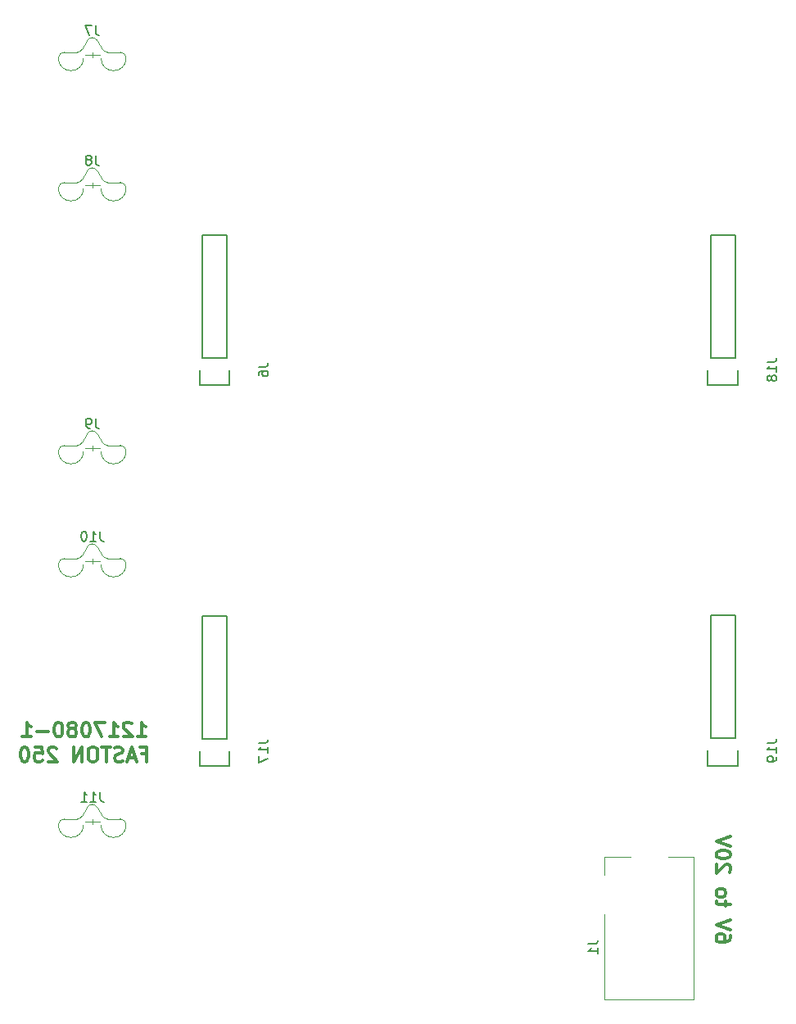
<source format=gbo>
G04 #@! TF.FileFunction,Legend,Bot*
%FSLAX46Y46*%
G04 Gerber Fmt 4.6, Leading zero omitted, Abs format (unit mm)*
G04 Created by KiCad (PCBNEW 4.0.4-stable) date 12/21/17 08:36:57*
%MOMM*%
%LPD*%
G01*
G04 APERTURE LIST*
%ADD10C,0.250000*%
%ADD11C,0.300000*%
%ADD12C,0.120000*%
%ADD13C,0.150000*%
%ADD14C,0.100000*%
G04 APERTURE END LIST*
D10*
D11*
X109639998Y-139103571D02*
X110497141Y-139103571D01*
X110068569Y-139103571D02*
X110068569Y-137603571D01*
X110211426Y-137817857D01*
X110354284Y-137960714D01*
X110497141Y-138032143D01*
X109068570Y-137746429D02*
X108997141Y-137675000D01*
X108854284Y-137603571D01*
X108497141Y-137603571D01*
X108354284Y-137675000D01*
X108282855Y-137746429D01*
X108211427Y-137889286D01*
X108211427Y-138032143D01*
X108282855Y-138246429D01*
X109139998Y-139103571D01*
X108211427Y-139103571D01*
X106782856Y-139103571D02*
X107639999Y-139103571D01*
X107211427Y-139103571D02*
X107211427Y-137603571D01*
X107354284Y-137817857D01*
X107497142Y-137960714D01*
X107639999Y-138032143D01*
X106282856Y-137603571D02*
X105282856Y-137603571D01*
X105925713Y-139103571D01*
X104425714Y-137603571D02*
X104282857Y-137603571D01*
X104140000Y-137675000D01*
X104068571Y-137746429D01*
X103997142Y-137889286D01*
X103925714Y-138175000D01*
X103925714Y-138532143D01*
X103997142Y-138817857D01*
X104068571Y-138960714D01*
X104140000Y-139032143D01*
X104282857Y-139103571D01*
X104425714Y-139103571D01*
X104568571Y-139032143D01*
X104640000Y-138960714D01*
X104711428Y-138817857D01*
X104782857Y-138532143D01*
X104782857Y-138175000D01*
X104711428Y-137889286D01*
X104640000Y-137746429D01*
X104568571Y-137675000D01*
X104425714Y-137603571D01*
X103068571Y-138246429D02*
X103211429Y-138175000D01*
X103282857Y-138103571D01*
X103354286Y-137960714D01*
X103354286Y-137889286D01*
X103282857Y-137746429D01*
X103211429Y-137675000D01*
X103068571Y-137603571D01*
X102782857Y-137603571D01*
X102640000Y-137675000D01*
X102568571Y-137746429D01*
X102497143Y-137889286D01*
X102497143Y-137960714D01*
X102568571Y-138103571D01*
X102640000Y-138175000D01*
X102782857Y-138246429D01*
X103068571Y-138246429D01*
X103211429Y-138317857D01*
X103282857Y-138389286D01*
X103354286Y-138532143D01*
X103354286Y-138817857D01*
X103282857Y-138960714D01*
X103211429Y-139032143D01*
X103068571Y-139103571D01*
X102782857Y-139103571D01*
X102640000Y-139032143D01*
X102568571Y-138960714D01*
X102497143Y-138817857D01*
X102497143Y-138532143D01*
X102568571Y-138389286D01*
X102640000Y-138317857D01*
X102782857Y-138246429D01*
X101568572Y-137603571D02*
X101425715Y-137603571D01*
X101282858Y-137675000D01*
X101211429Y-137746429D01*
X101140000Y-137889286D01*
X101068572Y-138175000D01*
X101068572Y-138532143D01*
X101140000Y-138817857D01*
X101211429Y-138960714D01*
X101282858Y-139032143D01*
X101425715Y-139103571D01*
X101568572Y-139103571D01*
X101711429Y-139032143D01*
X101782858Y-138960714D01*
X101854286Y-138817857D01*
X101925715Y-138532143D01*
X101925715Y-138175000D01*
X101854286Y-137889286D01*
X101782858Y-137746429D01*
X101711429Y-137675000D01*
X101568572Y-137603571D01*
X100425715Y-138532143D02*
X99282858Y-138532143D01*
X97782858Y-139103571D02*
X98640001Y-139103571D01*
X98211429Y-139103571D02*
X98211429Y-137603571D01*
X98354286Y-137817857D01*
X98497144Y-137960714D01*
X98640001Y-138032143D01*
X110139999Y-140867857D02*
X110639999Y-140867857D01*
X110639999Y-141653571D02*
X110639999Y-140153571D01*
X109925713Y-140153571D01*
X109425714Y-141225000D02*
X108711428Y-141225000D01*
X109568571Y-141653571D02*
X109068571Y-140153571D01*
X108568571Y-141653571D01*
X108140000Y-141582143D02*
X107925714Y-141653571D01*
X107568571Y-141653571D01*
X107425714Y-141582143D01*
X107354285Y-141510714D01*
X107282857Y-141367857D01*
X107282857Y-141225000D01*
X107354285Y-141082143D01*
X107425714Y-141010714D01*
X107568571Y-140939286D01*
X107854285Y-140867857D01*
X107997143Y-140796429D01*
X108068571Y-140725000D01*
X108140000Y-140582143D01*
X108140000Y-140439286D01*
X108068571Y-140296429D01*
X107997143Y-140225000D01*
X107854285Y-140153571D01*
X107497143Y-140153571D01*
X107282857Y-140225000D01*
X106854286Y-140153571D02*
X105997143Y-140153571D01*
X106425714Y-141653571D02*
X106425714Y-140153571D01*
X105211429Y-140153571D02*
X104925715Y-140153571D01*
X104782857Y-140225000D01*
X104640000Y-140367857D01*
X104568572Y-140653571D01*
X104568572Y-141153571D01*
X104640000Y-141439286D01*
X104782857Y-141582143D01*
X104925715Y-141653571D01*
X105211429Y-141653571D01*
X105354286Y-141582143D01*
X105497143Y-141439286D01*
X105568572Y-141153571D01*
X105568572Y-140653571D01*
X105497143Y-140367857D01*
X105354286Y-140225000D01*
X105211429Y-140153571D01*
X103925714Y-141653571D02*
X103925714Y-140153571D01*
X103068571Y-141653571D01*
X103068571Y-140153571D01*
X101282857Y-140296429D02*
X101211428Y-140225000D01*
X101068571Y-140153571D01*
X100711428Y-140153571D01*
X100568571Y-140225000D01*
X100497142Y-140296429D01*
X100425714Y-140439286D01*
X100425714Y-140582143D01*
X100497142Y-140796429D01*
X101354285Y-141653571D01*
X100425714Y-141653571D01*
X99068571Y-140153571D02*
X99782857Y-140153571D01*
X99854286Y-140867857D01*
X99782857Y-140796429D01*
X99640000Y-140725000D01*
X99282857Y-140725000D01*
X99140000Y-140796429D01*
X99068571Y-140867857D01*
X98997143Y-141010714D01*
X98997143Y-141367857D01*
X99068571Y-141510714D01*
X99140000Y-141582143D01*
X99282857Y-141653571D01*
X99640000Y-141653571D01*
X99782857Y-141582143D01*
X99854286Y-141510714D01*
X98068572Y-140153571D02*
X97925715Y-140153571D01*
X97782858Y-140225000D01*
X97711429Y-140296429D01*
X97640000Y-140439286D01*
X97568572Y-140725000D01*
X97568572Y-141082143D01*
X97640000Y-141367857D01*
X97711429Y-141510714D01*
X97782858Y-141582143D01*
X97925715Y-141653571D01*
X98068572Y-141653571D01*
X98211429Y-141582143D01*
X98282858Y-141510714D01*
X98354286Y-141367857D01*
X98425715Y-141082143D01*
X98425715Y-140725000D01*
X98354286Y-140439286D01*
X98282858Y-140296429D01*
X98211429Y-140225000D01*
X98068572Y-140153571D01*
X171001429Y-159618570D02*
X171001429Y-159904284D01*
X170930000Y-160047141D01*
X170858571Y-160118570D01*
X170644286Y-160261427D01*
X170358571Y-160332856D01*
X169787143Y-160332856D01*
X169644286Y-160261427D01*
X169572857Y-160189999D01*
X169501429Y-160047141D01*
X169501429Y-159761427D01*
X169572857Y-159618570D01*
X169644286Y-159547141D01*
X169787143Y-159475713D01*
X170144286Y-159475713D01*
X170287143Y-159547141D01*
X170358571Y-159618570D01*
X170430000Y-159761427D01*
X170430000Y-160047141D01*
X170358571Y-160189999D01*
X170287143Y-160261427D01*
X170144286Y-160332856D01*
X171001429Y-159047142D02*
X169501429Y-158547142D01*
X171001429Y-158047142D01*
X170501429Y-156618571D02*
X170501429Y-156047142D01*
X171001429Y-156404285D02*
X169715714Y-156404285D01*
X169572857Y-156332857D01*
X169501429Y-156189999D01*
X169501429Y-156047142D01*
X169501429Y-155332856D02*
X169572857Y-155475714D01*
X169644286Y-155547142D01*
X169787143Y-155618571D01*
X170215714Y-155618571D01*
X170358571Y-155547142D01*
X170430000Y-155475714D01*
X170501429Y-155332856D01*
X170501429Y-155118571D01*
X170430000Y-154975714D01*
X170358571Y-154904285D01*
X170215714Y-154832856D01*
X169787143Y-154832856D01*
X169644286Y-154904285D01*
X169572857Y-154975714D01*
X169501429Y-155118571D01*
X169501429Y-155332856D01*
X170858571Y-153118571D02*
X170930000Y-153047142D01*
X171001429Y-152904285D01*
X171001429Y-152547142D01*
X170930000Y-152404285D01*
X170858571Y-152332856D01*
X170715714Y-152261428D01*
X170572857Y-152261428D01*
X170358571Y-152332856D01*
X169501429Y-153189999D01*
X169501429Y-152261428D01*
X171001429Y-151332857D02*
X171001429Y-151190000D01*
X170930000Y-151047143D01*
X170858571Y-150975714D01*
X170715714Y-150904285D01*
X170430000Y-150832857D01*
X170072857Y-150832857D01*
X169787143Y-150904285D01*
X169644286Y-150975714D01*
X169572857Y-151047143D01*
X169501429Y-151190000D01*
X169501429Y-151332857D01*
X169572857Y-151475714D01*
X169644286Y-151547143D01*
X169787143Y-151618571D01*
X170072857Y-151690000D01*
X170430000Y-151690000D01*
X170715714Y-151618571D01*
X170858571Y-151547143D01*
X170930000Y-151475714D01*
X171001429Y-151332857D01*
X171001429Y-150404286D02*
X169501429Y-149904286D01*
X171001429Y-149404286D01*
D12*
X157960000Y-157400000D02*
X157960000Y-166200000D01*
X157960000Y-166200000D02*
X167160000Y-166200000D01*
X160660000Y-151500000D02*
X157960000Y-151500000D01*
X157960000Y-151500000D02*
X157960000Y-153400000D01*
X167160000Y-166200000D02*
X167160000Y-151500000D01*
X167160000Y-151500000D02*
X164560000Y-151500000D01*
D13*
X116355000Y-99905000D02*
X116355000Y-87205000D01*
X116355000Y-87205000D02*
X118895000Y-87205000D01*
X118895000Y-87205000D02*
X118895000Y-99905000D01*
X116075000Y-102725000D02*
X116075000Y-101175000D01*
X116355000Y-99905000D02*
X118895000Y-99905000D01*
X119175000Y-101175000D02*
X119175000Y-102725000D01*
X119175000Y-102725000D02*
X116075000Y-102725000D01*
D14*
X105757980Y-68640960D02*
X104233980Y-68640960D01*
X104995980Y-68894960D02*
X104995980Y-68386960D01*
X105523909Y-67142360D02*
G75*
G03X104468051Y-67142360I-527929J-304800D01*
G01*
X105523909Y-67142360D02*
X106037173Y-68031360D01*
X106037174Y-68031360D02*
G75*
G03X106565103Y-68336160I527929J304800D01*
G01*
X106565103Y-68336160D02*
X107891580Y-68336160D01*
X108501179Y-68944696D02*
G75*
G03X107891580Y-68336160I-609599J-1064D01*
G01*
X105897680Y-68945760D02*
G75*
G03X108501180Y-68945760I1301750J0D01*
G01*
X103426857Y-68336160D02*
X102100380Y-68336160D01*
X101490780Y-68945760D02*
G75*
G03X104094280Y-68945760I1301750J0D01*
G01*
X104468051Y-67142360D02*
X103954787Y-68031360D01*
X103426857Y-68336161D02*
G75*
G03X103954787Y-68031360I0J609601D01*
G01*
X102100380Y-68336160D02*
G75*
G03X101490780Y-68945760I0J-609600D01*
G01*
X105755440Y-82102960D02*
X104231440Y-82102960D01*
X104993440Y-82356960D02*
X104993440Y-81848960D01*
X105521369Y-80604360D02*
G75*
G03X104465511Y-80604360I-527929J-304800D01*
G01*
X105521369Y-80604360D02*
X106034633Y-81493360D01*
X106034634Y-81493360D02*
G75*
G03X106562563Y-81798160I527929J304800D01*
G01*
X106562563Y-81798160D02*
X107889040Y-81798160D01*
X108498639Y-82406696D02*
G75*
G03X107889040Y-81798160I-609599J-1064D01*
G01*
X105895140Y-82407760D02*
G75*
G03X108498640Y-82407760I1301750J0D01*
G01*
X103424317Y-81798160D02*
X102097840Y-81798160D01*
X101488240Y-82407760D02*
G75*
G03X104091740Y-82407760I1301750J0D01*
G01*
X104465511Y-80604360D02*
X103952247Y-81493360D01*
X103424317Y-81798161D02*
G75*
G03X103952247Y-81493360I0J609601D01*
G01*
X102097840Y-81798160D02*
G75*
G03X101488240Y-82407760I0J-609600D01*
G01*
X105755440Y-109280960D02*
X104231440Y-109280960D01*
X104993440Y-109534960D02*
X104993440Y-109026960D01*
X105521369Y-107782360D02*
G75*
G03X104465511Y-107782360I-527929J-304800D01*
G01*
X105521369Y-107782360D02*
X106034633Y-108671360D01*
X106034634Y-108671360D02*
G75*
G03X106562563Y-108976160I527929J304800D01*
G01*
X106562563Y-108976160D02*
X107889040Y-108976160D01*
X108498639Y-109584696D02*
G75*
G03X107889040Y-108976160I-609599J-1064D01*
G01*
X105895140Y-109585760D02*
G75*
G03X108498640Y-109585760I1301750J0D01*
G01*
X103424317Y-108976160D02*
X102097840Y-108976160D01*
X101488240Y-109585760D02*
G75*
G03X104091740Y-109585760I1301750J0D01*
G01*
X104465511Y-107782360D02*
X103952247Y-108671360D01*
X103424317Y-108976161D02*
G75*
G03X103952247Y-108671360I0J609601D01*
G01*
X102097840Y-108976160D02*
G75*
G03X101488240Y-109585760I0J-609600D01*
G01*
X105755440Y-120964960D02*
X104231440Y-120964960D01*
X104993440Y-121218960D02*
X104993440Y-120710960D01*
X105521369Y-119466360D02*
G75*
G03X104465511Y-119466360I-527929J-304800D01*
G01*
X105521369Y-119466360D02*
X106034633Y-120355360D01*
X106034634Y-120355360D02*
G75*
G03X106562563Y-120660160I527929J304800D01*
G01*
X106562563Y-120660160D02*
X107889040Y-120660160D01*
X108498639Y-121268696D02*
G75*
G03X107889040Y-120660160I-609599J-1064D01*
G01*
X105895140Y-121269760D02*
G75*
G03X108498640Y-121269760I1301750J0D01*
G01*
X103424317Y-120660160D02*
X102097840Y-120660160D01*
X101488240Y-121269760D02*
G75*
G03X104091740Y-121269760I1301750J0D01*
G01*
X104465511Y-119466360D02*
X103952247Y-120355360D01*
X103424317Y-120660161D02*
G75*
G03X103952247Y-120355360I0J609601D01*
G01*
X102097840Y-120660160D02*
G75*
G03X101488240Y-121269760I0J-609600D01*
G01*
X105755440Y-147888960D02*
X104231440Y-147888960D01*
X104993440Y-148142960D02*
X104993440Y-147634960D01*
X105521369Y-146390360D02*
G75*
G03X104465511Y-146390360I-527929J-304800D01*
G01*
X105521369Y-146390360D02*
X106034633Y-147279360D01*
X106034634Y-147279360D02*
G75*
G03X106562563Y-147584160I527929J304800D01*
G01*
X106562563Y-147584160D02*
X107889040Y-147584160D01*
X108498639Y-148192696D02*
G75*
G03X107889040Y-147584160I-609599J-1064D01*
G01*
X105895140Y-148193760D02*
G75*
G03X108498640Y-148193760I1301750J0D01*
G01*
X103424317Y-147584160D02*
X102097840Y-147584160D01*
X101488240Y-148193760D02*
G75*
G03X104091740Y-148193760I1301750J0D01*
G01*
X104465511Y-146390360D02*
X103952247Y-147279360D01*
X103424317Y-147584161D02*
G75*
G03X103952247Y-147279360I0J609601D01*
G01*
X102097840Y-147584160D02*
G75*
G03X101488240Y-148193760I0J-609600D01*
G01*
D13*
X116355000Y-139280000D02*
X116355000Y-126580000D01*
X116355000Y-126580000D02*
X118895000Y-126580000D01*
X118895000Y-126580000D02*
X118895000Y-139280000D01*
X116075000Y-142100000D02*
X116075000Y-140550000D01*
X116355000Y-139280000D02*
X118895000Y-139280000D01*
X119175000Y-140550000D02*
X119175000Y-142100000D01*
X119175000Y-142100000D02*
X116075000Y-142100000D01*
X168930000Y-99905000D02*
X168930000Y-87205000D01*
X168930000Y-87205000D02*
X171470000Y-87205000D01*
X171470000Y-87205000D02*
X171470000Y-99905000D01*
X168650000Y-102725000D02*
X168650000Y-101175000D01*
X168930000Y-99905000D02*
X171470000Y-99905000D01*
X171750000Y-101175000D02*
X171750000Y-102725000D01*
X171750000Y-102725000D02*
X168650000Y-102725000D01*
X168930000Y-139255000D02*
X168930000Y-126555000D01*
X168930000Y-126555000D02*
X171470000Y-126555000D01*
X171470000Y-126555000D02*
X171470000Y-139255000D01*
X168650000Y-142075000D02*
X168650000Y-140525000D01*
X168930000Y-139255000D02*
X171470000Y-139255000D01*
X171750000Y-140525000D02*
X171750000Y-142075000D01*
X171750000Y-142075000D02*
X168650000Y-142075000D01*
X156262381Y-160516667D02*
X156976667Y-160516667D01*
X157119524Y-160469047D01*
X157214762Y-160373809D01*
X157262381Y-160230952D01*
X157262381Y-160135714D01*
X157262381Y-161516667D02*
X157262381Y-160945238D01*
X157262381Y-161230952D02*
X156262381Y-161230952D01*
X156405238Y-161135714D01*
X156500476Y-161040476D01*
X156548095Y-160945238D01*
X122177381Y-100841667D02*
X122891667Y-100841667D01*
X123034524Y-100794047D01*
X123129762Y-100698809D01*
X123177381Y-100555952D01*
X123177381Y-100460714D01*
X122177381Y-101746429D02*
X122177381Y-101555952D01*
X122225000Y-101460714D01*
X122272619Y-101413095D01*
X122415476Y-101317857D01*
X122605952Y-101270238D01*
X122986905Y-101270238D01*
X123082143Y-101317857D01*
X123129762Y-101365476D01*
X123177381Y-101460714D01*
X123177381Y-101651191D01*
X123129762Y-101746429D01*
X123082143Y-101794048D01*
X122986905Y-101841667D01*
X122748810Y-101841667D01*
X122653571Y-101794048D01*
X122605952Y-101746429D01*
X122558333Y-101651191D01*
X122558333Y-101460714D01*
X122605952Y-101365476D01*
X122653571Y-101317857D01*
X122748810Y-101270238D01*
X105329313Y-65553341D02*
X105329313Y-66267627D01*
X105376933Y-66410484D01*
X105472171Y-66505722D01*
X105615028Y-66553341D01*
X105710266Y-66553341D01*
X104948361Y-65553341D02*
X104281694Y-65553341D01*
X104710266Y-66553341D01*
X105326773Y-79015341D02*
X105326773Y-79729627D01*
X105374393Y-79872484D01*
X105469631Y-79967722D01*
X105612488Y-80015341D01*
X105707726Y-80015341D01*
X104707726Y-79443912D02*
X104802964Y-79396293D01*
X104850583Y-79348674D01*
X104898202Y-79253436D01*
X104898202Y-79205817D01*
X104850583Y-79110579D01*
X104802964Y-79062960D01*
X104707726Y-79015341D01*
X104517249Y-79015341D01*
X104422011Y-79062960D01*
X104374392Y-79110579D01*
X104326773Y-79205817D01*
X104326773Y-79253436D01*
X104374392Y-79348674D01*
X104422011Y-79396293D01*
X104517249Y-79443912D01*
X104707726Y-79443912D01*
X104802964Y-79491531D01*
X104850583Y-79539150D01*
X104898202Y-79634389D01*
X104898202Y-79824865D01*
X104850583Y-79920103D01*
X104802964Y-79967722D01*
X104707726Y-80015341D01*
X104517249Y-80015341D01*
X104422011Y-79967722D01*
X104374392Y-79920103D01*
X104326773Y-79824865D01*
X104326773Y-79634389D01*
X104374392Y-79539150D01*
X104422011Y-79491531D01*
X104517249Y-79443912D01*
X105326773Y-106193341D02*
X105326773Y-106907627D01*
X105374393Y-107050484D01*
X105469631Y-107145722D01*
X105612488Y-107193341D01*
X105707726Y-107193341D01*
X104802964Y-107193341D02*
X104612488Y-107193341D01*
X104517249Y-107145722D01*
X104469630Y-107098103D01*
X104374392Y-106955246D01*
X104326773Y-106764770D01*
X104326773Y-106383817D01*
X104374392Y-106288579D01*
X104422011Y-106240960D01*
X104517249Y-106193341D01*
X104707726Y-106193341D01*
X104802964Y-106240960D01*
X104850583Y-106288579D01*
X104898202Y-106383817D01*
X104898202Y-106621912D01*
X104850583Y-106717150D01*
X104802964Y-106764770D01*
X104707726Y-106812389D01*
X104517249Y-106812389D01*
X104422011Y-106764770D01*
X104374392Y-106717150D01*
X104326773Y-106621912D01*
X105802963Y-117877341D02*
X105802963Y-118591627D01*
X105850583Y-118734484D01*
X105945821Y-118829722D01*
X106088678Y-118877341D01*
X106183916Y-118877341D01*
X104802963Y-118877341D02*
X105374392Y-118877341D01*
X105088678Y-118877341D02*
X105088678Y-117877341D01*
X105183916Y-118020198D01*
X105279154Y-118115436D01*
X105374392Y-118163055D01*
X104183916Y-117877341D02*
X104088677Y-117877341D01*
X103993439Y-117924960D01*
X103945820Y-117972579D01*
X103898201Y-118067817D01*
X103850582Y-118258293D01*
X103850582Y-118496389D01*
X103898201Y-118686865D01*
X103945820Y-118782103D01*
X103993439Y-118829722D01*
X104088677Y-118877341D01*
X104183916Y-118877341D01*
X104279154Y-118829722D01*
X104326773Y-118782103D01*
X104374392Y-118686865D01*
X104422011Y-118496389D01*
X104422011Y-118258293D01*
X104374392Y-118067817D01*
X104326773Y-117972579D01*
X104279154Y-117924960D01*
X104183916Y-117877341D01*
X105802963Y-144801341D02*
X105802963Y-145515627D01*
X105850583Y-145658484D01*
X105945821Y-145753722D01*
X106088678Y-145801341D01*
X106183916Y-145801341D01*
X104802963Y-145801341D02*
X105374392Y-145801341D01*
X105088678Y-145801341D02*
X105088678Y-144801341D01*
X105183916Y-144944198D01*
X105279154Y-145039436D01*
X105374392Y-145087055D01*
X103850582Y-145801341D02*
X104422011Y-145801341D01*
X104136297Y-145801341D02*
X104136297Y-144801341D01*
X104231535Y-144944198D01*
X104326773Y-145039436D01*
X104422011Y-145087055D01*
X122177381Y-139740477D02*
X122891667Y-139740477D01*
X123034524Y-139692857D01*
X123129762Y-139597619D01*
X123177381Y-139454762D01*
X123177381Y-139359524D01*
X123177381Y-140740477D02*
X123177381Y-140169048D01*
X123177381Y-140454762D02*
X122177381Y-140454762D01*
X122320238Y-140359524D01*
X122415476Y-140264286D01*
X122463095Y-140169048D01*
X122177381Y-141073810D02*
X122177381Y-141740477D01*
X123177381Y-141311905D01*
X174752381Y-100365477D02*
X175466667Y-100365477D01*
X175609524Y-100317857D01*
X175704762Y-100222619D01*
X175752381Y-100079762D01*
X175752381Y-99984524D01*
X175752381Y-101365477D02*
X175752381Y-100794048D01*
X175752381Y-101079762D02*
X174752381Y-101079762D01*
X174895238Y-100984524D01*
X174990476Y-100889286D01*
X175038095Y-100794048D01*
X175180952Y-101936905D02*
X175133333Y-101841667D01*
X175085714Y-101794048D01*
X174990476Y-101746429D01*
X174942857Y-101746429D01*
X174847619Y-101794048D01*
X174800000Y-101841667D01*
X174752381Y-101936905D01*
X174752381Y-102127382D01*
X174800000Y-102222620D01*
X174847619Y-102270239D01*
X174942857Y-102317858D01*
X174990476Y-102317858D01*
X175085714Y-102270239D01*
X175133333Y-102222620D01*
X175180952Y-102127382D01*
X175180952Y-101936905D01*
X175228571Y-101841667D01*
X175276190Y-101794048D01*
X175371429Y-101746429D01*
X175561905Y-101746429D01*
X175657143Y-101794048D01*
X175704762Y-101841667D01*
X175752381Y-101936905D01*
X175752381Y-102127382D01*
X175704762Y-102222620D01*
X175657143Y-102270239D01*
X175561905Y-102317858D01*
X175371429Y-102317858D01*
X175276190Y-102270239D01*
X175228571Y-102222620D01*
X175180952Y-102127382D01*
X174752381Y-139715477D02*
X175466667Y-139715477D01*
X175609524Y-139667857D01*
X175704762Y-139572619D01*
X175752381Y-139429762D01*
X175752381Y-139334524D01*
X175752381Y-140715477D02*
X175752381Y-140144048D01*
X175752381Y-140429762D02*
X174752381Y-140429762D01*
X174895238Y-140334524D01*
X174990476Y-140239286D01*
X175038095Y-140144048D01*
X175752381Y-141191667D02*
X175752381Y-141382143D01*
X175704762Y-141477382D01*
X175657143Y-141525001D01*
X175514286Y-141620239D01*
X175323810Y-141667858D01*
X174942857Y-141667858D01*
X174847619Y-141620239D01*
X174800000Y-141572620D01*
X174752381Y-141477382D01*
X174752381Y-141286905D01*
X174800000Y-141191667D01*
X174847619Y-141144048D01*
X174942857Y-141096429D01*
X175180952Y-141096429D01*
X175276190Y-141144048D01*
X175323810Y-141191667D01*
X175371429Y-141286905D01*
X175371429Y-141477382D01*
X175323810Y-141572620D01*
X175276190Y-141620239D01*
X175180952Y-141667858D01*
M02*

</source>
